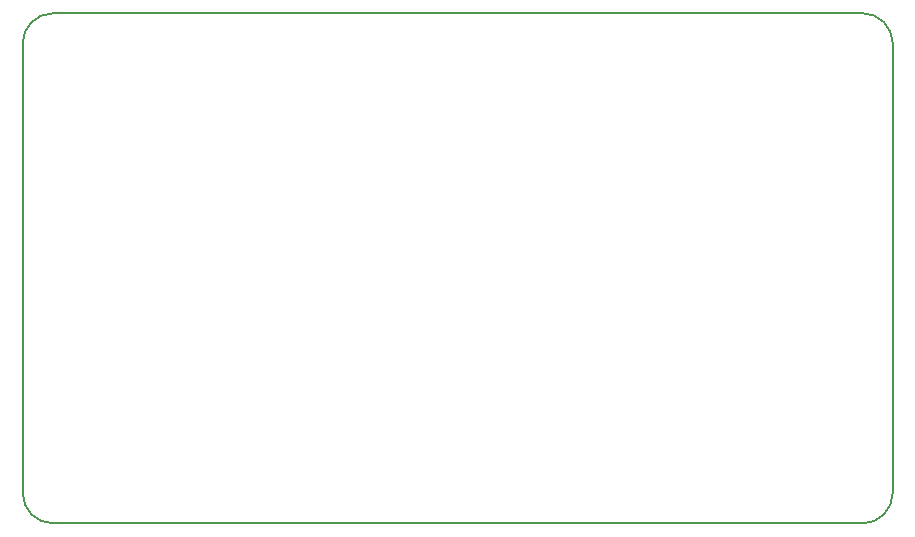
<source format=gbr>
%TF.GenerationSoftware,KiCad,Pcbnew,6.0.4-6f826c9f35~116~ubuntu21.10.1*%
%TF.CreationDate,2022-04-20T18:46:37+02:00*%
%TF.ProjectId,Carte_protection,43617274-655f-4707-926f-74656374696f,V.1.0*%
%TF.SameCoordinates,Original*%
%TF.FileFunction,Profile,NP*%
%FSLAX46Y46*%
G04 Gerber Fmt 4.6, Leading zero omitted, Abs format (unit mm)*
G04 Created by KiCad (PCBNEW 6.0.4-6f826c9f35~116~ubuntu21.10.1) date 2022-04-20 18:46:37*
%MOMM*%
%LPD*%
G01*
G04 APERTURE LIST*
%TA.AperFunction,Profile*%
%ADD10C,0.150000*%
%TD*%
G04 APERTURE END LIST*
D10*
X219075000Y-96520000D02*
G75*
G03*
X216535000Y-93980000I-2540000J0D01*
G01*
X147955000Y-93980000D02*
G75*
G03*
X145415000Y-96520000I0J-2540000D01*
G01*
X147955000Y-93980000D02*
X216535000Y-93980000D01*
X145415000Y-134620000D02*
X145415000Y-96520000D01*
X145415000Y-134620000D02*
G75*
G03*
X147955000Y-137160000I2540000J0D01*
G01*
X216535000Y-137160000D02*
G75*
G03*
X219075000Y-134620000I0J2540000D01*
G01*
X219075000Y-96520000D02*
X219075000Y-134620000D01*
X216535000Y-137160000D02*
X147955000Y-137160000D01*
M02*

</source>
